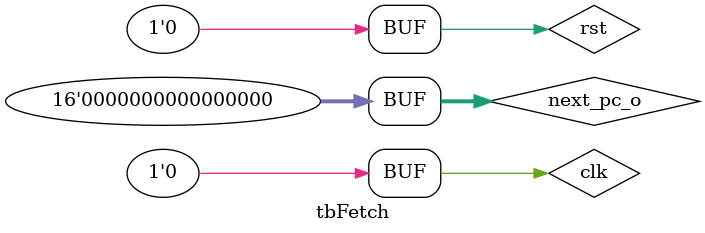
<source format=sv>
module tbFetch();

    logic        clk, rst;
    logic [15:0] next_pc_i, next_pc_o;
    logic [15:0] next_pc_p1, next_pc_p2;
    logic [15:0] instr_o, instr_p;

    fiPipe #(16)
        if_pipe(.clk_i(clk), .rst_i(rst),
                .next_pc_i(next_pc_i),
                .next_pc_o(next_pc_p1)
                );

    fStage #(16, 16) 
        dut(.clk_i(clk), .rst_i(rst),
            .next_pc_i(next_pc_p1),
            .next_pc_o(next_pc_p2),
            .instr_o(instr_p)
            );

    fPipe #(16, 16) 
        ifid_pipe(.clk_i(clk), .rst_i(rst),
            .next_pc_i(next_pc_p2),
            .instr_i(instr_p),
            .next_pc_o(next_pc_i),
            .instr_o(instr_o)
            );
            
    
    initial begin
        #0 
        rst <= 1;
        next_pc_o = 0;
        
        #50
        rst <= 0;
    end
    always begin
        #5 clk <= 1;
        #5 clk <= 0;
    end
endmodule
</source>
